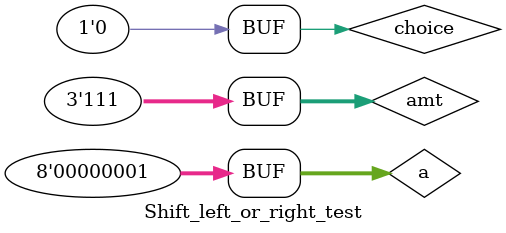
<source format=v>
`timescale 1ns / 1ps

module Shift_left_or_right_test;
    
    reg [7:0] a;
    reg [2:0] amt;
    reg choice;
   
    wire [7:0] ystage;
    wire [7:0] ycase;
    
Shift_left_or_right_stage UUTs(
    .a(a),
    .amt(amt),
    .choice(choice),
    .y(ystage)
);

Shift_left_or_right_case UUTc(
    .a(a),
    .amt(amt),
    .choice(choice),
    .y(ycase)
);

    initial begin
        a = 8'b11010111;
        choice = 0;
        amt = 1; #10;
        amt = 2; #10;
        amt = 3; #10;
        amt = 4; #10;
        amt = 5; #10;
        amt = 6; #10;
        amt = 7; #10;
        a = 8'b11110011;
        choice = 1;
        amt = 1; #10;
        amt = 2; #10;
        amt = 3; #10;
        amt = 4; #10;
        amt = 5; #10;
        amt = 6; #10;
        amt = 7; #10;
        a = 8'b00000001;
        amt = 1; #10;
        amt = 2; #10;
        amt = 3; #10;
        choice = 0;
        amt = 4; #10;
        amt = 5; #10;
        amt = 6; #10;
        amt = 7; #10;
     end

endmodule

</source>
